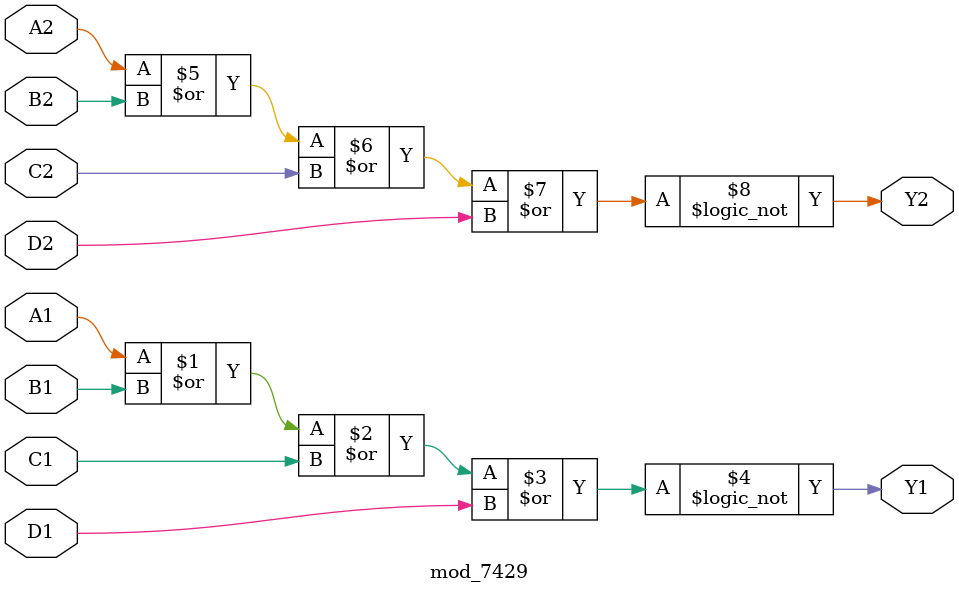
<source format=v>
module mod_7429 (
	input A1, input B1, input C1, input D1, output Y1, 
	input A2, input B2, input C2, input D2, output Y2
);
	assign Y1 = !(A1 | B1 | C1 | D1);
	assign Y2 = !(A2 | B2 | C2 | D2);
endmodule

</source>
